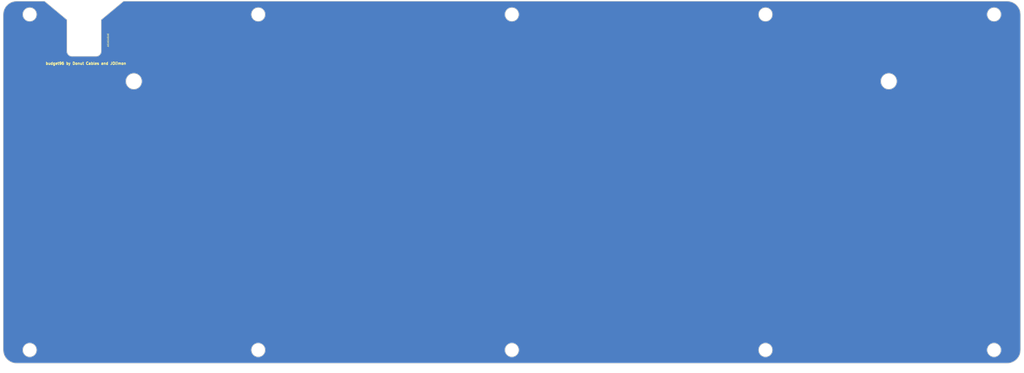
<source format=kicad_pcb>
(kicad_pcb (version 20221018) (generator pcbnew)
  (layers (0 "F.Cu" signal) (31 "B.Cu" signal) (34 "B.Paste" user) (35 "F.Paste" user) (36 "B.SilkS" user "B.Silkscreen") (37 "F.SilkS" user "F.Silkscreen") (38 "B.Mask" user) (39 "F.Mask" user) (44 "Edge.Cuts" user))
  (net 0 "")
  (net 1 "GND")
  (footprint "donutbrary:budget96_bottom_plate" (layer "F.Cu") (at -25.4 165.1)
    (fp_text reference "R1" hide)
    (fp_text value "R")
    (fp_line (start 0.9984 -135.5) (end 1.1003 -136.5055) (stroke (width 0.2)) (layer "Edge.Cuts"))
    (fp_line (start 0.9984 -8.5) (end 0.9984 -135.5) (stroke (width 0.2)) (layer "Edge.Cuts"))
    (fp_line (start 1.1003 -136.5055) (end 1.3924 -137.443) (stroke (width 0.2)) (layer "Edge.Cuts"))
    (fp_line (start 1.1003 -7.4945) (end 0.9984 -8.5) (stroke (width 0.2)) (layer "Edge.Cuts"))
    (fp_line (start 1.3924 -137.443) (end 1.8543 -138.2922) (stroke (width 0.2)) (layer "Edge.Cuts"))
    (fp_line (start 1.3924 -6.557) (end 1.1003 -7.4945) (stroke (width 0.2)) (layer "Edge.Cuts"))
    (fp_line (start 1.8543 -138.2922) (end 2.4657 -139.0327) (stroke (width 0.2)) (layer "Edge.Cuts"))
    (fp_line (start 1.8543 -5.7078) (end 1.3924 -6.557) (stroke (width 0.2)) (layer "Edge.Cuts"))
    (fp_line (start 2.4657 -139.0327) (end 3.2061 -139.6441) (stroke (width 0.2)) (layer "Edge.Cuts"))
    (fp_line (start 2.4657 -4.9673) (end 1.8543 -5.7078) (stroke (width 0.2)) (layer "Edge.Cuts"))
    (fp_line (start 3.2061 -139.6441) (end 4.0553 -140.106) (stroke (width 0.2)) (layer "Edge.Cuts"))
    (fp_line (start 3.2061 -4.3559) (end 2.4657 -4.9673) (stroke (width 0.2)) (layer "Edge.Cuts"))
    (fp_line (start 4.0553 -140.106) (end 4.9928 -140.3981) (stroke (width 0.2)) (layer "Edge.Cuts"))
    (fp_line (start 4.0553 -3.894) (end 3.2061 -4.3559) (stroke (width 0.2)) (layer "Edge.Cuts"))
    (fp_line (start 4.9928 -140.3981) (end 5.9983 -140.5) (stroke (width 0.2)) (layer "Edge.Cuts"))
    (fp_line (start 4.9928 -3.6019) (end 4.0553 -3.894) (stroke (width 0.2)) (layer "Edge.Cuts"))
    (fp_line (start 5.9983 -140.5) (end 16.6458 -140.5) (stroke (width 0.2)) (layer "Edge.Cuts"))
    (fp_line (start 5.9983 -3.5) (end 4.9928 -3.6019) (stroke (width 0.2)) (layer "Edge.Cuts"))
    (fp_line (start 8.3984 -135.4999) (end 8.4512 -136.0239) (stroke (width 0.2)) (layer "Edge.Cuts"))
    (fp_line (start 8.3984 -8.4999) (end 8.4512 -9.0239) (stroke (width 0.2)) (layer "Edge.Cuts"))
    (fp_line (start 8.4512 -136.0239) (end 8.6027 -136.5119) (stroke (width 0.2)) (layer "Edge.Cuts"))
    (fp_line (start 8.4512 -134.9759) (end 8.3984 -135.4999) (stroke (width 0.2)) (layer "Edge.Cuts"))
    (fp_line (start 8.4512 -9.0239) (end 8.6027 -9.5119) (stroke (width 0.2)) (layer "Edge.Cuts"))
    (fp_line (start 8.4512 -7.9759) (end 8.3984 -8.4999) (stroke (width 0.2)) (layer "Edge.Cuts"))
    (fp_line (start 8.6027 -136.5119) (end 8.8424 -136.9536) (stroke (width 0.2)) (layer "Edge.Cuts"))
    (fp_line (start 8.6027 -134.4879) (end 8.4512 -134.9759) (stroke (width 0.2)) (layer "Edge.Cuts"))
    (fp_line (start 8.6027 -9.5119) (end 8.8424 -9.9536) (stroke (width 0.2)) (layer "Edge.Cuts"))
    (fp_line (start 8.6027 -7.4879) (end 8.4512 -7.9759) (stroke (width 0.2)) (layer "Edge.Cuts"))
    (fp_line (start 8.8424 -136.9536) (end 9.1599 -137.3384) (stroke (width 0.2)) (layer "Edge.Cuts"))
    (fp_line (start 8.8424 -134.0462) (end 8.6027 -134.4879) (stroke (width 0.2)) (layer "Edge.Cuts"))
    (fp_line (start 8.8424 -9.9536) (end 9.1599 -10.3384) (stroke (width 0.2)) (layer "Edge.Cuts"))
    (fp_line (start 8.8424 -7.0462) (end 8.6027 -7.4879) (stroke (width 0.2)) (layer "Edge.Cuts"))
    (fp_line (start 9.1599 -137.3384) (end 9.5447 -137.6559) (stroke (width 0.2)) (layer "Edge.Cuts"))
    (fp_line (start 9.1599 -133.6614) (end 8.8424 -134.0462) (stroke (width 0.2)) (layer "Edge.Cuts"))
    (fp_line (start 9.1599 -10.3384) (end 9.5447 -10.6559) (stroke (width 0.2)) (layer "Edge.Cuts"))
    (fp_line (start 9.1599 -6.6614) (end 8.8424 -7.0462) (stroke (width 0.2)) (layer "Edge.Cuts"))
    (fp_line (start 9.5447 -137.6559) (end 9.9864 -137.8956) (stroke (width 0.2)) (layer "Edge.Cuts"))
    (fp_line (start 9.5447 -133.3439) (end 9.1599 -133.6614) (stroke (width 0.2)) (layer "Edge.Cuts"))
    (fp_line (start 9.5447 -10.6559) (end 9.9864 -10.8956) (stroke (width 0.2)) (layer "Edge.Cuts"))
    (fp_line (start 9.5447 -6.3439) (end 9.1599 -6.6614) (stroke (width 0.2)) (layer "Edge.Cuts"))
    (fp_line (start 9.9864 -137.8956) (end 10.4744 -138.0471) (stroke (width 0.2)) (layer "Edge.Cuts"))
    (fp_line (start 9.9864 -133.1042) (end 9.5447 -133.3439) (stroke (width 0.2)) (layer "Edge.Cuts"))
    (fp_line (start 9.9864 -10.8956) (end 10.4744 -11.0471) (stroke (width 0.2)) (layer "Edge.Cuts"))
    (fp_line (start 9.9864 -6.1042) (end 9.5447 -6.3439) (stroke (width 0.2)) (layer "Edge.Cuts"))
    (fp_line (start 10.4744 -138.0471) (end 10.9984 -138.0999) (stroke (width 0.2)) (layer "Edge.Cuts"))
    (fp_line (start 10.4744 -132.9527) (end 9.9864 -133.1042) (stroke (width 0.2)) (layer "Edge.Cuts"))
    (fp_line (start 10.4744 -11.0471) (end 10.9984 -11.0999) (stroke (width 0.2)) (layer "Edge.Cuts"))
    (fp_line (start 10.4744 -5.9527) (end 9.9864 -6.1042) (stroke (width 0.2)) (layer "Edge.Cuts"))
    (fp_line (start 10.9984 -138.0999) (end 10.9984 -138.0999) (stroke (width 0.2)) (layer "Edge.Cuts"))
    (fp_line (start 10.9984 -138.0999) (end 11.5224 -138.0471) (stroke (width 0.2)) (layer "Edge.Cuts"))
    (fp_line (start 10.9984 -132.8999) (end 10.4744 -132.9527) (stroke (width 0.2)) (layer "Edge.Cuts"))
    (fp_line (start 10.9984 -11.0999) (end 10.9984 -11.0999) (stroke (width 0.2)) (layer "Edge.Cuts"))
    (fp_line (start 10.9984 -11.0999) (end 11.5224 -11.0471) (stroke (width 0.2)) (layer "Edge.Cuts"))
    (fp_line (start 10.9984 -5.8999) (end 10.4744 -5.9527) (stroke (width 0.2)) (layer "Edge.Cuts"))
    (fp_line (start 11.5224 -138.0471) (end 12.0104 -137.8956) (stroke (width 0.2)) (layer "Edge.Cuts"))
    (fp_line (start 11.5224 -132.9527) (end 10.9984 -132.8999) (stroke (width 0.2)) (layer "Edge.Cuts"))
    (fp_line (start 11.5224 -11.0471) (end 12.0104 -10.8956) (stroke (width 0.2)) (layer "Edge.Cuts"))
    (fp_line (start 11.5224 -5.9527) (end 10.9984 -5.8999) (stroke (width 0.2)) (layer "Edge.Cuts"))
    (fp_line (start 12.0104 -137.8956) (end 12.4521 -137.6559) (stroke (width 0.2)) (layer "Edge.Cuts"))
    (fp_line (start 12.0104 -133.1042) (end 11.5224 -132.9527) (stroke (width 0.2)) (layer "Edge.Cuts"))
    (fp_line (start 12.0104 -10.8956) (end 12.4521 -10.6559) (stroke (width 0.2)) (layer "Edge.Cuts"))
    (fp_line (start 12.0104 -6.1042) (end 11.5224 -5.9527) (stroke (width 0.2)) (layer "Edge.Cuts"))
    (fp_line (start 12.4521 -137.6559) (end 12.8369 -137.3384) (stroke (width 0.2)) (layer "Edge.Cuts"))
    (fp_line (start 12.4521 -133.3439) (end 12.0104 -133.1042) (stroke (width 0.2)) (layer "Edge.Cuts"))
    (fp_line (start 12.4521 -10.6559) (end 12.8369 -10.3384) (stroke (width 0.2)) (layer "Edge.Cuts"))
    (fp_line (start 12.4521 -6.3439) (end 12.0104 -6.1042) (stroke (width 0.2)) (layer "Edge.Cuts"))
    (fp_line (start 12.8369 -137.3384) (end 13.1544 -136.9536) (stroke (width 0.2)) (layer "Edge.Cuts"))
    (fp_line (start 12.8369 -133.6614) (end 12.4521 -133.3439) (stroke (width 0.2)) (layer "Edge.Cuts"))
    (fp_line (start 12.8369 -10.3384) (end 13.1544 -9.9536) (stroke (width 0.2)) (layer "Edge.Cuts"))
    (fp_line (start 12.8369 -6.6614) (end 12.4521 -6.3439) (stroke (width 0.2)) (layer "Edge.Cuts"))
    (fp_line (start 13.1544 -136.9536) (end 13.3941 -136.5119) (stroke (width 0.2)) (layer "Edge.Cuts"))
    (fp_line (start 13.1544 -134.0462) (end 12.8369 -133.6614) (stroke (width 0.2)) (layer "Edge.Cuts"))
    (fp_line (start 13.1544 -9.9536) (end 13.3941 -9.5119) (stroke (width 0.2)) (layer "Edge.Cuts"))
    (fp_line (start 13.1544 -7.0462) (end 12.8369 -6.6614) (stroke (width 0.2)) (layer "Edge.Cuts"))
    (fp_line (start 13.3941 -136.5119) (end 13.5456 -136.0239) (stroke (width 0.2)) (layer "Edge.Cuts"))
    (fp_line (start 13.3941 -134.4879) (end 13.1544 -134.0462) (stroke (width 0.2)) (layer "Edge.Cuts"))
    (fp_line (start 13.3941 -9.5119) (end 13.5456 -9.0239) (stroke (width 0.2)) (layer "Edge.Cuts"))
    (fp_line (start 13.3941 -7.4879) (end 13.1544 -7.0462) (stroke (width 0.2)) (layer "Edge.Cuts"))
    (fp_line (start 13.5456 -136.0239) (end 13.5984 -135.4999) (stroke (width 0.2)) (layer "Edge.Cuts"))
    (fp_line (start 13.5456 -134.9759) (end 13.3941 -134.4879) (stroke (width 0.2)) (layer "Edge.Cuts"))
    (fp_line (start 13.5456 -9.0239) (end 13.5984 -8.4999) (stroke (width 0.2)) (layer "Edge.Cuts"))
    (fp_line (start 13.5456 -7.9759) (end 13.3941 -7.4879) (stroke (width 0.2)) (layer "Edge.Cuts"))
    (fp_line (start 13.5984 -135.4999) (end 13.5456 -134.9759) (stroke (width 0.2)) (layer "Edge.Cuts"))
    (fp_line (start 13.5984 -8.4999) (end 13.5456 -7.9759) (stroke (width 0.2)) (layer "Edge.Cuts"))
    (fp_line (start 16.6458 -140.5) (end 16.6458 -140.5) (stroke (width 0.2)) (layer "Edge.Cuts"))
    (fp_line (start 16.6458 -140.5) (end 25.0729 -133.4914) (stroke (width 0.2)) (layer "Edge.Cuts"))
    (fp_line (start 25.0729 -133.4914) (end 25.0729 -121.6255) (stroke (width 0.2)) (layer "Edge.Cuts"))
    (fp_line (start 25.0729 -121.6255) (end 25.1137 -121.2233) (stroke (width 0.2)) (layer "Edge.Cuts"))
    (fp_line (start 25.1137 -121.2233) (end 25.2305 -120.8483) (stroke (width 0.2)) (layer "Edge.Cuts"))
    (fp_line (start 25.2305 -120.8483) (end 25.4153 -120.5086) (stroke (width 0.2)) (layer "Edge.Cuts"))
    (fp_line (start 25.4153 -120.5086) (end 25.6598 -120.2124) (stroke (width 0.2)) (layer "Edge.Cuts"))
    (fp_line (start 25.6598 -120.2124) (end 25.956 -119.9679) (stroke (width 0.2)) (layer "Edge.Cuts"))
    (fp_line (start 25.956 -119.9679) (end 26.2957 -119.7831) (stroke (width 0.2)) (layer "Edge.Cuts"))
    (fp_line (start 26.2957 -119.7831) (end 26.6707 -119.6663) (stroke (width 0.2)) (layer "Edge.Cuts"))
    (fp_line (start 26.6707 -119.6663) (end 27.0729 -119.6255) (stroke (width 0.2)) (layer "Edge.Cuts"))
    (fp_line (start 27.0729 -119.6255) (end 36.0729 -119.6255) (stroke (width 0.2)) (layer "Edge.Cuts"))
    (fp_line (start 36.0729 -119.6255) (end 36.4751 -119.6663) (stroke (width 0.2)) (layer "Edge.Cuts"))
    (fp_line (start 36.4751 -119.6663) (end 36.8501 -119.7831) (stroke (width 0.2)) (layer "Edge.Cuts"))
    (fp_line (start 36.8501 -119.7831) (end 37.1898 -119.9679) (stroke (width 0.2)) (layer "Edge.Cuts"))
    (fp_line (start 37.1898 -119.9679) (end 37.486 -120.2124) (stroke (width 0.2)) (layer "Edge.Cuts"))
    (fp_line (start 37.486 -120.2124) (end 37.7305 -120.5086) (stroke (width 0.2)) (layer "Edge.Cuts"))
    (fp_line (start 37.7305 -120.5086) (end 37.9153 -120.8483) (stroke (width 0.2)) (layer "Edge.Cuts"))
    (fp_line (start 37.9153 -120.8483) (end 38.0321 -121.2233) (stroke (width 0.2)) (layer "Edge.Cuts"))
    (fp_line (start 38.0321 -121.2233) (end 38.0729 -121.6255) (stroke (width 0.2)) (layer "Edge.Cuts"))
    (fp_line (start 38.0729 -133.4914) (end 46.5 -140.5) (stroke (width 0.2)) (layer "Edge.Cuts"))
    (fp_line (start 38.0729 -121.6255) (end 38.0729 -133.4914) (stroke (width 0.2)) (layer "Edge.Cuts"))
    (fp_line (start 46.5 -140.5) (end 380.9985 -140.5) (stroke (width 0.2)) (layer "Edge.Cuts"))
    (fp_line (start 47.4113 -110.2063) (end 47.468944 -109.621029) (stroke (width 0.2)) (layer "Edge.Cuts"))
    (fp_line (start 47.468944 -110.791571) (end 47.4113 -110.2063) (stroke (width 0.2)) (layer "Edge.Cuts"))
    (fp_line (start 47.468944 -109.621029) (end 47.639661 -109.05825) (stroke (width 0.2)) (layer "Edge.Cuts"))
    (fp_line (start 47.639661 -111.35435) (end 47.468944 -110.791571) (stroke (width 0.2)) (layer "Edge.Cuts"))
    (fp_line (start 47.639661 -109.05825) (end 47.916891 -108.539589) (stroke (width 0.2)) (layer "Edge.Cuts"))
    (fp_line (start 47.916891 -111.873011) (end 47.639661 -111.35435) (stroke (width 0.2)) (layer "Edge.Cuts"))
    (fp_line (start 47.916891 -108.539589) (end 48.28998 -108.08498) (stroke (width 0.2)) (layer "Edge.Cuts"))
    (fp_line (start 48.28998 -112.32762) (end 47.916891 -111.873011) (stroke (width 0.2)) (layer "Edge.Cuts"))
    (fp_line (start 48.28998 -108.08498) (end 48.744589 -107.711891) (stroke (width 0.2)) (layer "Edge.Cuts"))
    (fp_line (start 48.744589 -112.700709) (end 48.28998 -112.32762) (stroke (width 0.2)) (layer "Edge.Cuts"))
    (fp_line (start 48.744589 -107.711891) (end 49.26325 -107.434661) (stroke (width 0.2)) (layer "Edge.Cuts"))
    (fp_line (start 49.26325 -112.977939) (end 48.744589 -112.700709) (stroke (width 0.2)) (layer "Edge.Cuts"))
    (fp_line (start 49.26325 -107.434661) (end 49.826029 -107.263944) (stroke (width 0.2)) (layer "Edge.Cuts"))
    (fp_line (start 49.826029 -113.148656) (end 49.26325 -112.977939) (stroke (width 0.2)) (layer "Edge.Cuts"))
    (fp_line (start 49.826029 -107.263944) (end 50.4113 -107.2063) (stroke (width 0.2)) (layer "Edge.Cuts"))
    (fp_line (start 50.4113 -113.2063) (end 49.826029 -113.148656) (stroke (width 0.2)) (layer "Edge.Cuts"))
    (fp_line (start 50.4113 -107.2063) (end 50.996571 -107.263944) (stroke (width 0.2)) (layer "Edge.Cuts"))
    (fp_line (start 50.996571 -113.148656) (end 50.4113 -113.2063) (stroke (width 0.2)) (layer "Edge.Cuts"))
    (fp_line (start 50.996571 -107.263944) (end 51.55935 -107.434661) (stroke (width 0.2)) (layer "Edge.Cuts"))
    (fp_line (start 51.55935 -112.977939) (end 50.996571 -113.148656) (stroke (width 0.2)) (layer "Edge.Cuts"))
    (fp_line (start 51.55935 -107.434661) (end 52.078011 -107.711891) (stroke (width 0.2)) (layer "Edge.Cuts"))
    (fp_line (start 52.078011 -112.700709) (end 51.55935 -112.977939) (stroke (width 0.2)) (layer "Edge.Cuts"))
    (fp_line (start 52.078011 -107.711891) (end 52.53262 -108.08498) (stroke (width 0.2)) (layer "Edge.Cuts"))
    (fp_line (start 52.53262 -112.32762) (end 52.078011 -112.700709) (stroke (width 0.2)) (layer "Edge.Cuts"))
    (fp_line (start 52.53262 -108.08498) (end 52.905709 -108.539589) (stroke (width 0.2)) (layer "Edge.Cuts"))
    (fp_line (start 52.905709 -111.873011) (end 52.53262 -112.32762) (stroke (width 0.2)) (layer "Edge.Cuts"))
    (fp_line (start 52.905709 -108.539589) (end 53.182939 -109.05825) (stroke (width 0.2)) (layer "Edge.Cuts"))
    (fp_line (start 53.182939 -111.35435) (end 52.905709 -111.873011) (stroke (width 0.2)) (layer "Edge.Cuts"))
    (fp_line (start 53.182939 -109.05825) (end 53.353656 -109.621029) (stroke (width 0.2)) (layer "Edge.Cuts"))
    (fp_line (start 53.353656 -110.791571) (end 53.182939 -111.35435) (stroke (width 0.2)) (layer "Edge.Cuts"))
    (fp_line (start 53.353656 -109.621029) (end 53.4113 -110.2063) (stroke (width 0.2)) (layer "Edge.Cuts"))
    (fp_line (start 53.4113 -110.2063) (end 53.353656 -110.791571) (stroke (width 0.2)) (layer "Edge.Cuts"))
    (fp_line (start 94.8985 -135.4999) (end 94.9513 -136.0239) (stroke (width 0.2)) (layer "Edge.Cuts"))
    (fp_line (start 94.8985 -8.4999) (end 94.9513 -9.0239) (stroke (width 0.2)) (layer "Edge.Cuts"))
    (fp_line (start 94.9513 -136.0239) (end 95.1028 -136.5119) (stroke (width 0.2)) (layer "Edge.Cuts"))
    (fp_line (start 94.9513 -134.9759) (end 94.8985 -135.4999) (stroke (width 0.2)) (layer "Edge.Cuts"))
    (fp_line (start 94.9513 -9.0239) (end 95.1028 -9.5119) (stroke (width 0.2)) (layer "Edge.Cuts"))
    (fp_line (start 94.9513 -7.9759) (end 94.8985 -8.4999) (stroke (width 0.2)) (layer "Edge.Cuts"))
    (fp_line (start 95.1028 -136.5119) (end 95.3425 -136.9536) (stroke (width 0.2)) (layer "Edge.Cuts"))
    (fp_line (start 95.1028 -134.4879) (end 94.9513 -134.9759) (stroke (width 0.2)) (layer "Edge.Cuts"))
    (fp_line (start 95.1028 -9.5119) (end 95.3425 -9.9536) (stroke (width 0.2)) (layer "Edge.Cuts"))
    (fp_line (start 95.1028 -7.4879) (end 94.9513 -7.9759) (stroke (width 0.2)) (layer "Edge.Cuts"))
    (fp_line (start 95.3425 -136.9536) (end 95.66 -137.3384) (stroke (width 0.2)) (layer "Edge.Cuts"))
    (fp_line (start 95.3425 -134.0462) (end 95.1028 -134.4879) (stroke (width 0.2)) (layer "Edge.Cuts"))
    (fp_line (start 95.3425 -9.9536) (end 95.66 -10.3384) (stroke (width 0.2)) (layer "Edge.Cuts"))
    (fp_line (start 95.3425 -7.0462) (end 95.1028 -7.4879) (stroke (width 0.2)) (layer "Edge.Cuts"))
    (fp_line (start 95.66 -137.3384) (end 96.0448 -137.6559) (stroke (width 0.2)) (layer "Edge.Cuts"))
    (fp_line (start 95.66 -133.6614) (end 95.3425 -134.0462) (stroke (width 0.2)) (layer "Edge.Cuts"))
    (fp_line (start 95.66 -10.3384) (end 96.0448 -10.6559) (stroke (width 0.2)) (layer "Edge.Cuts"))
    (fp_line (start 95.66 -6.6614) (end 95.3425 -7.0462) (stroke (width 0.2)) (layer "Edge.Cuts"))
    (fp_line (start 96.0448 -137.6559) (end 96.4865 -137.8956) (stroke (width 0.2)) (layer "Edge.Cuts"))
    (fp_line (start 96.0448 -133.3439) (end 95.66 -133.6614) (stroke (width 0.2)) (layer "Edge.Cuts"))
    (fp_line (start 96.0448 -10.6559) (end 96.4865 -10.8956) (stroke (width 0.2)) (layer "Edge.Cuts"))
    (fp_line (start 96.0448 -6.3439) (end 95.66 -6.6614) (stroke (width 0.2)) (layer "Edge.Cuts"))
    (fp_line (start 96.4865 -137.8956) (end 96.9745 -138.0471) (stroke (width 0.2)) (layer "Edge.Cuts"))
    (fp_line (start 96.4865 -133.1042) (end 96.0448 -133.3439) (stroke (width 0.2)) (layer "Edge.Cuts"))
    (fp_line (start 96.4865 -10.8956) (end 96.9745 -11.0471) (stroke (width 0.2)) (layer "Edge.Cuts"))
    (fp_line (start 96.4865 -6.1042) (end 96.0448 -6.3439) (stroke (width 0.2)) (layer "Edge.Cuts"))
    (fp_line (start 96.9745 -138.0471) (end 97.4985 -138.0999) (stroke (width 0.2)) (layer "Edge.Cuts"))
    (fp_line (start 96.9745 -132.9527) (end 96.4865 -133.1042) (stroke (width 0.2)) (layer "Edge.Cuts"))
    (fp_line (start 96.9745 -11.0471) (end 97.4985 -11.0999) (stroke (width 0.2)) (layer "Edge.Cuts"))
    (fp_line (start 96.9745 -5.9527) (end 96.4865 -6.1042) (stroke (width 0.2)) (layer "Edge.Cuts"))
    (fp_line (start 97.4985 -138.0999) (end 97.4985 -138.0999) (stroke (width 0.2)) (layer "Edge.Cuts"))
    (fp_line (start 97.4985 -138.0999) (end 98.0225 -138.0471) (stroke (width 0.2)) (layer "Edge.Cuts"))
    (fp_line (start 97.4985 -132.8999) (end 96.9745 -132.9527) (stroke (width 0.2)) (layer "Edge.Cuts"))
    (fp_line (start 97.4985 -11.0999) (end 97.4985 -11.0999) (stroke (width 0.2)) (layer "Edge.Cuts"))
    (fp_line (start 97.4985 -11.0999) (end 98.0225 -11.0471) (stroke (width 0.2)) (layer "Edge.Cuts"))
    (fp_line (start 97.4985 -5.8999) (end 96.9745 -5.9527) (stroke (width 0.2)) (layer "Edge.Cuts"))
    (fp_line (start 98.0225 -138.0471) (end 98.5105 -137.8956) (stroke (width 0.2)) (layer "Edge.Cuts"))
    (fp_line (start 98.0225 -132.9527) (end 97.4985 -132.8999) (stroke (width 0.2)) (layer "Edge.Cuts"))
    (fp_line (start 98.0225 -11.0471) (end 98.5105 -10.8956) (stroke (width 0.2)) (layer "Edge.Cuts"))
    (fp_line (start 98.0225 -5.9527) (end 97.4985 -5.8999) (stroke (width 0.2)) (layer "Edge.Cuts"))
    (fp_line (start 98.5105 -137.8956) (end 98.9522 -137.6559) (stroke (width 0.2)) (layer "Edge.Cuts"))
    (fp_line (start 98.5105 -133.1042) (end 98.0225 -132.9527) (stroke (width 0.2)) (layer "Edge.Cuts"))
    (fp_line (start 98.5105 -10.8956) (end 98.9522 -10.6559) (stroke (width 0.2)) (layer "Edge.Cuts"))
    (fp_line (start 98.5105 -6.1042) (end 98.0225 -5.9527) (stroke (width 0.2)) (layer "Edge.Cuts"))
    (fp_line (start 98.9522 -137.6559) (end 99.337 -137.3384) (stroke (width 0.2)) (layer "Edge.Cuts"))
    (fp_line (start 98.9522 -133.3439) (end 98.5105 -133.1042) (stroke (width 0.2)) (layer "Edge.Cuts"))
    (fp_line (start 98.9522 -10.6559) (end 99.337 -10.3384) (stroke (width 0.2)) (layer "Edge.Cuts"))
    (fp_line (start 98.9522 -6.3439) (end 98.5105 -6.1042) (stroke (width 0.2)) (layer "Edge.Cuts"))
    (fp_line (start 99.337 -137.3384) (end 99.6545 -136.9536) (stroke (width 0.2)) (layer "Edge.Cuts"))
    (fp_line (start 99.337 -133.6614) (end 98.9522 -133.3439) (stroke (width 0.2)) (layer "Edge.Cuts"))
    (fp_line (start 99.337 -10.3384) (end 99.6545 -9.9536) (stroke (width 0.2)) (layer "Edge.Cuts"))
    (fp_line (start 99.337 -6.6614) (end 98.9522 -6.3439) (stroke (width 0.2)) (layer "Edge.Cuts"))
    (fp_line (start 99.6545 -136.9536) (end 99.8942 -136.5119) (stroke (width 0.2)) (layer "Edge.Cuts"))
    (fp_line (start 99.6545 -134.0462) (end 99.337 -133.6614) (stroke (width 0.2)) (layer "Edge.Cuts"))
    (fp_line (start 99.6545 -9.9536) (end 99.8942 -9.5119) (stroke (width 0.2)) (layer "Edge.Cuts"))
    (fp_line (start 99.6545 -7.0462) (end 99.337 -6.6614) (stroke (width 0.2)) (layer "Edge.Cuts"))
    (fp_line (start 99.8942 -136.5119) (end 100.0457 -136.0239) (stroke (width 0.2)) (layer "Edge.Cuts"))
    (fp_line (start 99.8942 -134.4879) (end 99.6545 -134.0462) (stroke (width 0.2)) (layer "Edge.Cuts"))
    (fp_line (start 99.8942 -9.5119) (end 100.0457 -9.0239) (stroke (width 0.2)) (layer "Edge.Cuts"))
    (fp_line (start 99.8942 -7.4879) (end 99.6545 -7.0462) (stroke (width 0.2)) (layer "Edge.Cuts"))
    (fp_line (start 100.0457 -136.0239) (end 100.0985 -135.4999) (stroke (width 0.2)) (layer "Edge.Cuts"))
    (fp_line (start 100.0457 -134.9759) (end 99.8942 -134.4879) (stroke (width 0.2)) (layer "Edge.Cuts"))
    (fp_line (start 100.0457 -9.0239) (end 100.0985 -8.4999) (stroke (width 0.2)) (layer "Edge.Cuts"))
    (fp_line (start 100.0457 -7.9759) (end 99.8942 -7.4879) (stroke (width 0.2)) (layer "Edge.Cuts"))
    (fp_line (start 100.0985 -135.4999) (end 100.0457 -134.9759) (stroke (width 0.2)) (layer "Edge.Cuts"))
    (fp_line (start 100.0985 -8.4999) (end 100.0457 -7.9759) (stroke (width 0.2)) (layer "Edge.Cuts"))
    (fp_line (start 190.8984 -135.4999) (end 190.9512 -136.0239) (stroke (width 0.2)) (layer "Edge.Cuts"))
    (fp_line (start 190.8984 -8.4999) (end 190.9512 -9.0239) (stroke (width 0.2)) (layer "Edge.Cuts"))
    (fp_line (start 190.9512 -136.0239) (end 191.1027 -136.5119) (stroke (width 0.2)) (layer "Edge.Cuts"))
    (fp_line (start 190.9512 -134.9759) (end 190.8984 -135.4999) (stroke (width 0.2)) (layer "Edge.Cuts"))
    (fp_line (start 190.9512 -9.0239) (end 191.1027 -9.5119) (stroke (width 0.2)) (layer "Edge.Cuts"))
    (fp_line (start 190.9512 -7.9759) (end 190.8984 -8.4999) (stroke (width 0.2)) (layer "Edge.Cuts"))
    (fp_line (start 191.1027 -136.5119) (end 191.3424 -136.9536) (stroke (width 0.2)) (layer "Edge.Cuts"))
    (fp_line (start 191.1027 -134.4879) (end 190.9512 -134.9759) (stroke (width 0.2)) (layer "Edge.Cuts"))
    (fp_line (start 191.1027 -9.5119) (end 191.3424 -9.9536) (stroke (width 0.2)) (layer "Edge.Cuts"))
    (fp_line (start 191.1027 -7.4879) (end 190.9512 -7.9759) (stroke (width 0.2)) (layer "Edge.Cuts"))
    (fp_line (start 191.3424 -136.9536) (end 191.6599 -137.3384) (stroke (width 0.2)) (layer "Edge.Cuts"))
    (fp_line (start 191.3424 -134.0462) (end 191.1027 -134.4879) (stroke (width 0.2)) (layer "Edge.Cuts"))
    (fp_line (start 191.3424 -9.9536) (end 191.6599 -10.3384) (stroke (width 0.2)) (layer "Edge.Cuts"))
    (fp_line (start 191.3424 -7.0462) (end 191.1027 -7.4879) (stroke (width 0.2)) (layer "Edge.Cuts"))
    (fp_line (start 191.6599 -137.3384) (end 192.0447 -137.6559) (stroke (width 0.2)) (layer "Edge.Cuts"))
    (fp_line (start 191.6599 -133.6614) (end 191.3424 -134.0462) (stroke (width 0.2)) (layer "Edge.Cuts"))
    (fp_line (start 191.6599 -10.3384) (end 192.0447 -10.6559) (stroke (width 0.2)) (layer "Edge.Cuts"))
    (fp_line (start 191.6599 -6.6614) (end 191.3424 -7.0462) (stroke (width 0.2)) (layer "Edge.Cuts"))
    (fp_line (start 192.0447 -137.6559) (end 192.4864 -137.8956) (stroke (width 0.2)) (layer "Edge.Cuts"))
    (fp_line (start 192.0447 -133.3439) (end 191.6599 -133.6614) (stroke (width 0.2)) (layer "Edge.Cuts"))
    (fp_line (start 192.0447 -10.6559) (end 192.4864 -10.8956) (stroke (width 0.2)) (layer "Edge.Cuts"))
    (fp_line (start 192.0447 -6.3439) (end 191.6599 -6.6614) (stroke (width 0.2)) (layer "Edge.Cuts"))
    (fp_line (start 192.4864 -137.8956) (end 192.9744 -138.0471) (stroke (width 0.2)) (layer "Edge.Cuts"))
    (fp_line (start 192.4864 -133.1042) (end 192.0447 -133.3439) (stroke (width 0.2)) (layer "Edge.Cuts"))
    (fp_line (start 192.4864 -10.8956) (end 192.9744 -11.0471) (stroke (width 0.2)) (layer "Edge.Cuts"))
    (fp_line (start 192.4864 -6.1042) (end 192.0447 -6.3439) (stroke (width 0.2)) (layer "Edge.Cuts"))
    (fp_line (start 192.9744 -138.0471) (end 193.4984 -138.0999) (stroke (width 0.2)) (layer "Edge.Cuts"))
    (fp_line (start 192.9744 -132.9527) (end 192.4864 -133.1042) (stroke (width 0.2)) (layer "Edge.Cuts"))
    (fp_line (start 192.9744 -11.0471) (end 193.4984 -11.0999) (stroke (width 0.2)) (layer "Edge.Cuts"))
    (fp_line (start 192.9744 -5.9527) (end 192.4864 -6.1042) (stroke (width 0.2)) (layer "Edge.Cuts"))
    (fp_line (start 193.4984 -138.0999) (end 193.4984 -138.0999) (stroke (width 0.2)) (layer "Edge.Cuts"))
    (fp_line (start 193.4984 -138.0999) (end 194.0224 -138.0471) (stroke (width 0.2)) (layer "Edge.Cuts"))
    (fp_line (start 193.4984 -132.8999) (end 192.9744 -132.9527) (stroke (width 0.2)) (layer "Edge.Cuts"))
    (fp_line (start 193.4984 -11.0999) (end 193.4984 -11.0999) (stroke (width 0.2)) (layer "Edge.Cuts"))
    (fp_line (start 193.4984 -11.0999) (end 194.0224 -11.0471) (stroke (width 0.2)) (layer "Edge.Cuts"))
    (fp_line (start 193.4984 -5.8999) (end 192.9744 -5.9527) (stroke (width 0.2)) (layer "Edge.Cuts"))
    (fp_line (start 194.0224 -138.0471) (end 194.5104 -137.8956) (stroke (width 0.2)) (layer "Edge.Cuts"))
    (fp_line (start 194.0224 -132.9527) (end 193.4984 -132.8999) (stroke (width 0.2)) (layer "Edge.Cuts"))
    (fp_line (start 194.0224 -11.0471) (end 194.5104 -10.8956) (stroke (width 0.2)) (layer "Edge.Cuts"))
    (fp_line (start 194.0224 -5.9527) (end 193.4984 -5.8999) (stroke (width 0.2)) (layer "Edge.Cuts"))
    (fp_line (start 194.5104 -137.8956) (end 194.9521 -137.6559) (stroke (width 0.2)) (layer "Edge.Cuts"))
    (fp_line (start 194.5104 -133.1042) (end 194.0224 -132.9527) (stroke (width 0.2)) (layer "Edge.Cuts"))
    (fp_line (start 194.5104 -10.8956) (end 194.9521 -10.6559) (stroke (width 0.2)) (layer "Edge.Cuts"))
    (fp_line (start 194.5104 -6.1042) (end 194.0224 -5.9527) (stroke (width 0.2)) (layer "Edge.Cuts"))
    (fp_line (start 194.9521 -137.6559) (end 195.3369 -137.3384) (stroke (width 0.2)) (layer "Edge.Cuts"))
    (fp_line (start 194.9521 -133.3439) (end 194.5104 -133.1042) (stroke (width 0.2)) (layer "Edge.Cuts"))
    (fp_line (start 194.9521 -10.6559) (end 195.3369 -10.3384) (stroke (width 0.2)) (layer "Edge.Cuts"))
    (fp_line (start 194.9521 -6.3439) (end 194.5104 -6.1042) (stroke (width 0.2)) (layer "Edge.Cuts"))
    (fp_line (start 195.3369 -137.3384) (end 195.6544 -136.9536) (stroke (width 0.2)) (layer "Edge.Cuts"))
    (fp_line (start 195.3369 -133.6614) (end 194.9521 -133.3439) (stroke (width 0.2)) (layer "Edge.Cuts"))
    (fp_line (start 195.3369 -10.3384) (end 195.6544 -9.9536) (stroke (width 0.2)) (layer "Edge.Cuts"))
    (fp_line (start 195.3369 -6.6614) (end 194.9521 -6.3439) (stroke (width 0.2)) (layer "Edge.Cuts"))
    (fp_line (start 195.6544 -136.9536) (end 195.8941 -136.5119) (stroke (width 0.2)) (layer "Edge.Cuts"))
    (fp_line (start 195.6544 -134.0462) (end 195.3369 -133.6614) (stroke (width 0.2)) (layer "Edge.Cuts"))
    (fp_line (start 195.6544 -9.9536) (end 195.8941 -9.5119) (stroke (width 0.2)) (layer "Edge.Cuts"))
    (fp_line (start 195.6544 -7.0462) (end 195.3369 -6.6614) (stroke (width 0.2)) (layer "Edge.Cuts"))
    (fp_line (start 195.8941 -136.5119) (end 196.0456 -136.0239) (stroke (width 0.2)) (layer "Edge.Cuts"))
    (fp_line (start 195.8941 -134.4879) (end 195.6544 -134.0462) (stroke (width 0.2)) (layer "Edge.Cuts"))
    (fp_line (start 195.8941 -9.5119) (end 196.0456 -9.0239) (stroke (width 0.2)) (layer "Edge.Cuts"))
    (fp_line (start 195.8941 -7.4879) (end 195.6544 -7.0462) (stroke (width 0.2)) (layer "Edge.Cuts"))
    (fp_line (start 196.0456 -136.0239) (end 196.0984 -135.4999) (stroke (width 0.2)) (layer "Edge.Cuts"))
    (fp_line (start 196.0456 -134.9759) (end 195.8941 -134.4879) (stroke (width 0.2)) (layer "Edge.Cuts"))
    (fp_line (start 196.0456 -9.0239) (end 196.0984 -8.4999) (stroke (width 0.2)) (layer "Edge.Cuts"))
    (fp_line (start 196.0456 -7.9759) (end 195.8941 -7.4879) (stroke (width 0.2)) (layer "Edge.Cuts"))
    (fp_line (start 196.0984 -135.4999) (end 196.0456 -134.9759) (stroke (width 0.2)) (layer "Edge.Cuts"))
    (fp_line (start 196.0984 -8.4999) (end 196.0456 -7.9759) (stroke (width 0.2)) (layer "Edge.Cuts"))
    (fp_line (start 286.8984 -135.4999) (end 286.9512 -136.0239) (stroke (width 0.2)) (layer "Edge.Cuts"))
    (fp_line (start 286.8984 -8.4999) (end 286.9512 -9.0239) (stroke (width 0.2)) (layer "Edge.Cuts"))
    (fp_line (start 286.9512 -136.0239) (end 287.1027 -136.5119) (stroke (width 0.2)) (layer "Edge.Cuts"))
    (fp_line (start 286.9512 -134.9759) (end 286.8984 -135.4999) (stroke (width 0.2)) (layer "Edge.Cuts"))
    (fp_line (start 286.9512 -9.0239) (end 287.1027 -9.5119) (stroke (width 0.2)) (layer "Edge.Cuts"))
    (fp_line (start 286.9512 -7.9759) (end 286.8984 -8.4999) (stroke (width 0.2)) (layer "Edge.Cuts"))
    (fp_line (start 287.1027 -136.5119) (end 287.3424 -136.9536) (stroke (width 0.2)) (layer "Edge.Cuts"))
    (fp_line (start 287.1027 -134.4879) (end 286.9512 -134.9759) (stroke (width 0.2)) (layer "Edge.Cuts"))
    (fp_line (start 287.1027 -9.5119) (end 287.3424 -9.9536) (stroke (width 0.2)) (layer "Edge.Cuts"))
    (fp_line (start 287.1027 -7.4879) (end 286.9512 -7.9759) (stroke (width 0.2)) (layer "Edge.Cuts"))
    (fp_line (start 287.3424 -136.9536) (end 287.6599 -137.3384) (stroke (width 0.2)) (layer "Edge.Cuts"))
    (fp_line (start 287.3424 -134.0462) (end 287.1027 -134.4879) (stroke (width 0.2)) (layer "Edge.Cuts"))
    (fp_line (start 287.3424 -9.9536) (end 287.6599 -10.3384) (stroke (width 0.2)) (layer "Edge.Cuts"))
    (fp_line (start 287.3424 -7.0462) (end 287.1027 -7.4879) (stroke (width 0.2)) (layer "Edge.Cuts"))
    (fp_line (start 287.6599 -137.3384) (end 288.0447 -137.6559) (stroke (width 0.2)) (layer "Edge.Cuts"))
    (fp_line (start 287.6599 -133.6614) (end 287.3424 -134.0462) (stroke (width 0.2)) (layer "Edge.Cuts"))
    (fp_line (start 287.6599 -10.3384) (end 288.0447 -10.6559) (stroke (width 0.2)) (layer "Edge.Cuts"))
    (fp_line (start 287.6599 -6.6614) (end 287.3424 -7.0462) (stroke (width 0.2)) (layer "Edge.Cuts"))
    (fp_line (start 288.0447 -137.6559) (end 288.4864 -137.8956) (stroke (width 0.2)) (layer "Edge.Cuts"))
    (fp_line (start 288.0447 -133.3439) (end 287.6599 -133.6614) (stroke (width 0.2)) (layer "Edge.Cuts"))
    (fp_line (start 288.0447 -10.6559) (end 288.4864 -10.8956) (stroke (width 0.2)) (layer "Edge.Cuts"))
    (fp_line (start 288.0447 -6.3439) (end 287.6599 -6.6614) (stroke (width 0.2)) (layer "Edge.Cuts"))
    (fp_line (start 288.4864 -137.8956) (end 288.9744 -138.0471) (stroke (width 0.2)) (layer "Edge.Cuts"))
    (fp_line (start 288.4864 -133.1042) (end 288.0447 -133.3439) (stroke (width 0.2)) (layer "Edge.Cuts"))
    (fp_line (start 288.4864 -10.8956) (end 288.9744 -11.0471) (stroke (width 0.2)) (layer "Edge.Cuts"))
    (fp_line (start 288.4864 -6.1042) (end 288.0447 -6.3439) (stroke (width 0.2)) (layer "Edge.Cuts"))
    (fp_line (start 288.9744 -138.0471) (end 289.4984 -138.0999) (stroke (width 0.2)) (layer "Edge.Cuts"))
    (fp_line (start 288.9744 -132.9527) (end 288.4864 -133.1042) (stroke (width 0.2)) (layer "Edge.Cuts"))
    (fp_line (start 288.9744 -11.0471) (end 289.4984 -11.0999) (stroke (width 0.2)) (layer "Edge.Cuts"))
    (fp_line (start 288.9744 -5.9527) (end 288.4864 -6.1042) (stroke (width 0.2)) (layer "Edge.Cuts"))
    (fp_line (start 289.4984 -138.0999) (end 289.4984 -138.0999) (stroke (width 0.2)) (layer "Edge.Cuts"))
    (fp_line (start 289.4984 -138.0999) (end 290.0224 -138.0471) (stroke (width 0.2)) (layer "Edge.Cuts"))
    (fp_line (start 289.4984 -132.8999) (end 288.9744 -132.9527) (stroke (width 0.2)) (layer "Edge.Cuts"))
    (fp_line (start 289.4984 -11.0999) (end 289.4984 -11.0999) (stroke (width 0.2)) (layer "Edge.Cuts"))
    (fp_line (start 289.4984 -11.0999) (end 290.0224 -11.0471) (stroke (width 0.2)) (layer "Edge.Cuts"))
    (fp_line (start 289.4984 -5.8999) (end 288.9744 -5.9527) (stroke (width 0.2)) (layer "Edge.Cuts"))
    (fp_line (start 290.0224 -138.0471) (end 290.5104 -137.8956) (stroke (width 0.2)) (layer "Edge.Cuts"))
    (fp_line (start 290.0224 -132.9527) (end 289.4984 -132.8999) (stroke (width 0.2)) (layer "Edge.Cuts"))
    (fp_line (start 290.0224 -11.0471) (end 290.5104 -10.8956) (stroke (width 0.2)) (layer "Edge.Cuts"))
    (fp_line (start 290.0224 -5.9527) (end 289.4984 -5.8999) (stroke (width 0.2)) (layer "Edge.Cuts"))
    (fp_line (start 290.5104 -137.8956) (end 290.9521 -137.6559) (stroke (width 0.2)) (layer "Edge.Cuts"))
    (fp_line (start 290.5104 -133.1042) (end 290.0224 -132.9527) (stroke (width 0.2)) (layer "Edge.Cuts"))
    (fp_line (start 290.5104 -10.8956) (end 290.9521 -10.6559) (stroke (width 0.2)) (layer "Edge.Cuts"))
    (fp_line (start 290.5104 -6.1042) (end 290.0224 -5.9527) (stroke (width 0.2)) (layer "Edge.Cuts"))
    (fp_line (start 290.9521 -137.6559) (end 291.3369 -137.3384) (stroke (width 0.2)) (layer "Edge.Cuts"))
    (fp_line (start 290.9521 -133.3439) (end 290.5104 -133.1042) (stroke (width 0.2)) (layer "Edge.Cuts"))
    (fp_line (start 290.9521 -10.6559) (end 291.3369 -10.3384) (stroke (width 0.2)) (layer "Edge.Cuts"))
    (fp_line (start 290.9521 -6.3439) (end 290.5104 -6.1042) (stroke (width 0.2)) (layer "Edge.Cuts"))
    (fp_line (start 291.3369 -137.3384) (end 291.6544 -136.9536) (stroke (width 0.2)) (layer "Edge.Cuts"))
    (fp_line (start 291.3369 -133.6614) (end 290.9521 -133.3439) (stroke (width 0.2)) (layer "Edge.Cuts"))
    (fp_line (start 291.3369 -10.3384) (end 291.6544 -9.9536) (stroke (width 0.2)) (layer "Edge.Cuts"))
    (fp_line (start 291.3369 -6.6614) (end 290.9521 -6.3439) (stroke (width 0.2)) (layer "Edge.Cuts"))
    (fp_line (start 291.6544 -136.9536) (end 291.8941 -136.5119) (stroke (width 0.2)) (layer "Edge.Cuts"))
    (fp_line (start 291.6544 -134.0462) (end 291.3369 -133.6614) (stroke (width 0.2)) (layer "Edge.Cuts"))
    (fp_line (start 291.6544 -9.9536) (end 291.8941 -9.5119) (stroke (width 0.2)) (layer "Edge.Cuts"))
    (fp_line (start 291.6544 -7.0462) (end 291.3369 -6.6614) (stroke (width 0.2)) (layer "Edge.Cuts"))
    (fp_line (start 291.8941 -136.5119) (end 292.0456 -136.0239) (stroke (width 0.2)) (layer "Edge.Cuts"))
    (fp_line (start 291.8941 -134.4879) (end 291.6544 -134.0462) (stroke (width 0.2)) (layer "Edge.Cuts"))
    (fp_line (start 291.8941 -9.5119) (end 292.0456 -9.0239) (stroke (width 0.2)) (layer "Edge.Cuts"))
    (fp_line (start 291.8941 -7.4879) (end 291.6544 -7.0462) (stroke (width 0.2)) (layer "Edge.Cuts"))
    (fp_line (start 292.0456 -136.0239) (end 292.0984 -135.4999) (stroke (width 0.2)) (layer "Edge.Cuts"))
    (fp_line (start 292.0456 -134.9759) (end 291.8941 -134.4879) (stroke (width 0.2)) (layer "Edge.Cuts"))
    (fp_line (start 292.0456 -9.0239) (end 292.0984 -8.4999) (stroke (width 0.2)) (layer "Edge.Cuts"))
    (fp_line (start 292.0456 -7.9759) (end 291.8941 -7.4879) (stroke (width 0.2)) (layer "Edge.Cuts"))
    (fp_line (start 292.0984 -135.4999) (end 292.0456 -134.9759) (stroke (width 0.2)) (layer "Edge.Cuts"))
    (fp_line (start 292.0984 -8.4999) (end 292.0456 -7.9759) (stroke (width 0.2)) (layer "Edge.Cuts"))
    (fp_line (start 333.1613 -110.2063) (end 333.218944 -109.621029) (stroke (width 0.2)) (layer "Edge.Cuts"))
    (fp_line (start 333.218944 -110.791571) (end 333.1613 -110.2063) (stroke (width 0.2)) (layer "Edge.Cuts"))
    (fp_line (start 333.218944 -109.621029) (end 333.389661 -109.05825) (stroke (width 0.2)) (layer "Edge.Cuts"))
    (fp_line (start 333.389661 -111.35435) (end 333.218944 -110.791571) (stroke (width 0.2)) (layer "Edge.Cuts"))
    (fp_line (start 333.389661 -109.05825) (end 333.666891 -108.539589) (stroke (width 0.2)) (layer "Edge.Cuts"))
    (fp_line (start 333.666891 -111.873011) (end 333.389661 -111.35435) (stroke (width 0.2)) (layer "Edge.Cuts"))
    (fp_line (start 333.666891 -108.539589) (end 334.03998 -108.08498) (stroke (width 0.2)) (layer "Edge.Cuts"))
    (fp_line (start 334.03998 -112.32762) (end 333.666891 -111.873011) (stroke (width 0.2)) (layer "Edge.Cuts"))
    (fp_line (start 334.03998 -108.08498) (end 334.494589 -107.711891) (stroke (width 0.2)) (layer "Edge.Cuts"))
    (fp_line (start 334.494589 -112.700709) (end 334.03998 -112.32762) (stroke (width 0.2)) (layer "Edge.Cuts"))
    (fp_line (start 334.494589 -107.711891) (end 335.01325 -107.434661) (stroke (width 0.2)) (layer "Edge.Cuts"))
    (fp_line (start 335.01325 -112.977939) (end 334.494589 -112.700709) (stroke (width 0.2)) (layer "Edge.Cuts"))
    (fp_line (start 335.01325 -107.434661) (end 335.576029 -107.263944) (stroke (width 0.2)) (layer "Edge.Cuts"))
    (fp_line (start 335.576029 -113.148656) (end 335.01325 -112.977939) (stroke (width 0.2)) (layer "Edge.Cuts"))
    (fp_line (start 335.576029 -107.263944) (end 336.1613 -107.2063) (stroke (width 0.2)) (layer "Edge.Cuts"))
    (fp_line (start 336.1613 -113.2063) (end 335.576029 -113.148656) (stroke (width 0.2)) (layer "Edge.Cuts"))
    (fp_line (start 336.1613 -107.2063) (end 336.746571 -107.263944) (stroke (width 0.2)) (layer "Edge.Cuts"))
    (fp_line (start 336.746571 -113.148656) (end 336.1613 -113.2063) (stroke (width 0.2)) (layer "Edge.Cuts"))
    (fp_line (start 336.746571 -107.263944) (end 337.30935 -107.434661) (stroke (width 0.2)) (layer "Edge.Cuts"))
    (fp_line (start 337.30935 -112.977939) (end 336.746571 -113.148656) (stroke (width 0.2)) (layer "Edge.Cuts"))
    (fp_line (start 337.30935 -107.434661) (end 337.828011 -107.711891) (stroke (width 0.2)) (layer "Edge.Cuts"))
    (fp_line (start 337.828011 -112.700709) (end 337.30935 -112.977939) (stroke (width 0.2)) (layer "Edge.Cuts"))
    (fp_line (start 337.828011 -107.711891) (end 338.28262 -108.08498) (stroke (width 0.2)) (layer "Edge.Cuts"))
    (fp_line (start 338.28262 -112.32762) (end 337.828011 -112.700709) (stroke (width 0.2)) (layer "Edge.Cuts"))
    (fp_line (start 338.28262 -108.08498) (end 338.655709 -108.539589) (stroke (width 0.2)) (layer "Edge.Cuts"))
    (fp_line (start 338.655709 -111.873011) (end 338.28262 -112.32762) (stroke (width 0.2)) (layer "Edge.Cuts"))
    (fp_line (start 338.655709 -108.539589) (end 338.932939 -109.05825) (stroke (width 0.2)) (layer "Edge.Cuts"))
    (fp_line (start 338.932939 -111.35435) (end 338.655709 -111.873011) (stroke (width 0.2)) (layer "Edge.Cuts"))
    (fp_line (start 338.932939 -109.05825) (end 339.103656 -109.621029) (stroke (width 0.2)) (layer "Edge.Cuts"))
    (fp_line (start 339.103656 -110.791571) (end 338.932939 -111.35435) (stroke (width 0.2)) (layer "Edge.Cuts"))
    (fp_line (start 339.103656 -109.621029) (end 339.1613 -110.2063) (stroke (width 0.2)) (layer "Edge.Cuts"))
    (fp_line (start 339.1613 -110.2063) (end 339.103656 -110.791571) (stroke (width 0.2)) (layer "Edge.Cuts"))
    (fp_line (start 373.3984 -135.4999) (end 373.4512 -136.0239) (stroke (width 0.2)) (layer "Edge.Cuts"))
    (fp_line (start 373.3984 -8.4999) (end 373.4512 -9.0239) (stroke (width 0.2)) (layer "Edge.Cuts"))
    (fp_line (start 373.4512 -136.0239) (end 373.6027 -136.5119) (stroke (width 0.2)) (layer "Edge.Cuts"))
    (fp_line (start 373.4512 -134.9759) (end 373.3984 -135.4999) (stroke (width 0.2)) (layer "Edge.Cuts"))
    (fp_line (start 373.4512 -9.0239) (end 373.6027 -9.5119) (stroke (width 0.2)) (layer "Edge.Cuts"))
    (fp_line (start 373.4512 -7.9759) (end 373.3984 -8.4999) (stroke (width 0.2)) (layer "Edge.Cuts"))
    (fp_line (start 373.6027 -136.5119) (end 373.8424 -136.9536) (stroke (width 0.2)) (layer "Edge.Cuts"))
    (fp_line (start 373.6027 -134.4879) (end 373.4512 -134.9759) (stroke (width 0.2)) (layer "Edge.Cuts"))
    (fp_line (start 373.6027 -9.5119) (end 373.8424 -9.9536) (stroke (width 0.2)) (layer "Edge.Cuts"))
    (fp_line (start 373.6027 -7.4879) (end 373.4512 -7.9759) (stroke (width 0.2)) (layer "Edge.Cuts"))
    (fp_line (start 373.8424 -136.9536) (end 374.1599 -137.3384) (stroke (width 0.2)) (layer "Edge.Cuts"))
    (fp_line (start 373.8424 -134.0462) (end 373.6027 -134.4879) (stroke (width 0.2)) (layer "Edge.Cuts"))
    (fp_line (start 373.8424 -9.9536) (end 374.1599 -10.3384) (stroke (width 0.2)) (layer "Edge.Cuts"))
    (fp_line (start 373.8424 -7.0462) (end 373.6027 -7.4879) (stroke (width 0.2)) (layer "Edge.Cuts"))
    (fp_line (start 374.1599 -137.3384) (end 374.5447 -137.6559) (stroke (width 0.2)) (layer "Edge.Cuts"))
    (fp_line (start 374.1599 -133.6614) (end 373.8424 -134.0462) (stroke (width 0.2)) (layer "Edge.Cuts"))
    (fp_line (start 374.1599 -10.3384) (end 374.5447 -10.6559) (stroke (width 0.2)) (layer "Edge.Cuts"))
    (fp_line (start 374.1599 -6.6614) (end 373.8424 -7.0462) (stroke (width 0.2)) (layer "Edge.Cuts"))
    (fp_line (start 374.5447 -137.6559) (end 374.9864 -137.8956) (stroke (width 0.2)) (layer "Edge.Cuts"))
    (fp_line (start 374.5447 -133.3439) (end 374.1599 -133.6614) (stroke (width 0.2)) (layer "Edge.Cuts"))
    (fp_line (start 374.5447 -10.6559) (end 374.9864 -10.8956) (stroke (width 0.2)) (layer "Edge.Cuts"))
    (fp_line (start 374.5447 -6.3439) (end 374.1599 -6.6614) (stroke (width 0.2)) (layer "Edge.Cuts"))
    (fp_line (start 374.9864 -137.8956) (end 375.4744 -138.0471) (stroke (width 0.2)) (layer "Edge.Cuts"))
    (fp_line (start 374.9864 -133.1042) (end 374.5447 -133.3439) (stroke (width 0.2)) (layer "Edge.Cuts"))
    (fp_line (start 374.9864 -10.8956) (end 375.4744 -11.0471) (stroke (width 0.2)) (layer "Edge.Cuts"))
    (fp_line (start 374.9864 -6.1042) (end 374.5447 -6.3439) (stroke (width 0.2)) (layer "Edge.Cuts"))
    (fp_line (start 375.4744 -138.0471) (end 375.9984 -138.0999) (stroke (width 0.2)) (layer "Edge.Cuts"))
    (fp_line (start 375.4744 -132.9527) (end 374.9864 -133.1042) (stroke (width 0.2)) (layer "Edge.Cuts"))
    (fp_line (start 375.4744 -11.0471) (end 375.9984 -11.0999) (stroke (width 0.2)) (layer "Edge.Cuts"))
    (fp_line (start 375.4744 -5.9527) (end 374.9864 -6.1042) (stroke (width 0.2)) (layer "Edge.Cuts"))
    (fp_line (start 375.9984 -138.0999) (end 375.9984 -138.0999) (stroke (width 0.2)) (layer "Edge.Cuts"))
    (fp_line (start 375.9984 -138.0999) (end 376.5224 -138.0471) (stroke (width 0.2)) (layer "Edge.Cuts"))
    (fp_line (start 375.9984 -132.8999) (end 375.4744 -132.9527) (stroke (width 0.2)) (layer "Edge.Cuts"))
    (fp_line (start 375.9984 -11.0999) (end 375.9984 -11.0999) (stroke (width 0.2)) (layer "Edge.Cuts"))
    (fp_line (start 375.9984 -11.0999) (end 376.5224 -11.0471) (stroke (width 0.2)) (layer "Edge.Cuts"))
    (fp_line (start 375.9984 -5.8999) (end 375.4744 -5.9527) (stroke (width 0.2)) (layer "Edge.Cuts"))
    (fp_line (start 376.5224 -138.0471) (end 377.0104 -137.8956) (stroke (width 0.2)) (layer "Edge.Cuts"))
    (fp_line (start 376.5224 -132.9527) (end 375.9984 -132.8999) (stroke (width 0.2)) (layer "Edge.Cuts"))
    (fp_line (start 376.5224 -11.0471) (end 377.0104 -10.8956) (stroke (width 0.2)) (layer "Edge.Cuts"))
    (fp_line (start 376.5224 -5.9527) (end 375.9984 -5.8999) (stroke (width 0.2)) (layer "Edge.Cuts"))
    (fp_line (start 377.0104 -137.8956) (end 377.4521 -137.6559) (stroke (width 0.2)) (layer "Edge.Cuts"))
    (fp_line (start 377.0104 -133.1042) (end 376.5224 -132.9527) (stroke (width 0.2)) (layer "Edge.Cuts"))
    (fp_line (start 377.0104 -10.8956) (end 377.4521 -10.6559) (stroke (width 0.2)) (layer "Edge.Cuts"))
    (fp_line (start 377.0104 -6.1042) (end 376.5224 -5.9527) (stroke (width 0.2)) (layer "Edge.Cuts"))
    (fp_line (start 377.4521 -137.6559) (end 377.8369 -137.3384) (stroke (width 0.2)) (layer "Edge.Cuts"))
    (fp_line (start 377.4521 -133.3439) (end 377.0104 -133.1042) (stroke (width 0.2)) (layer "Edge.Cuts"))
    (fp_line (start 377.4521 -10.6559) (end 377.8369 -10.3384) (stroke (width 0.2)) (layer "Edge.Cuts"))
    (fp_line (start 377.4521 -6.3439) (end 377.0104 -6.1042) (stroke (width 0.2)) (layer "Edge.Cuts"))
    (fp_line (start 377.8369 -137.3384) (end 378.1544 -136.9536) (stroke (width 0.2)) (layer "Edge.Cuts"))
    (fp_line (start 377.8369 -133.6614) (end 377.4521 -133.3439) (stroke (width 0.2)) (layer "Edge.Cuts"))
    (fp_line (start 377.8369 -10.3384) (end 378.1544 -9.9536) (stroke (width 0.2)) (layer "Edge.Cuts"))
    (fp_line (start 377.8369 -6.6614) (end 377.4521 -6.3439) (stroke (width 0.2)) (layer "Edge.Cuts"))
    (fp_line (start 378.1544 -136.9536) (end 378.3941 -136.5119) (stroke (width 0.2)) (layer "Edge.Cuts"))
    (fp_line (start 378.1544 -134.0462) (end 377.8369 -133.6614) (stroke (width 0.2)) (layer "Edge.Cuts"))
    (fp_line (start 378.1544 -9.9536) (end 378.3941 -9.5119) (stroke (width 0.2)) (layer "Edge.Cuts"))
    (fp_line (start 378.1544 -7.0462) (end 377.8369 -6.6614) (stroke (width 0.2)) (layer "Edge.Cuts"))
    (fp_line (start 378.3941 -136.5119) (end 378.5456 -136.0239) (stroke (width 0.2)) (layer "Edge.Cuts"))
    (fp_line (start 378.3941 -134.4879) (end 378.1544 -134.0462) (stroke (width 0.2)) (layer "Edge.Cuts"))
    (fp_line (start 378.3941 -9.5119) (end 378.5456 -9.0239) (stroke (width 0.2)) (layer "Edge.Cuts"))
    (fp_line (start 378.3941 -7.4879) (end 378.1544 -7.0462) (stroke (width 0.2)) (layer "Edge.Cuts"))
    (fp_line (start 378.5456 -136.0239) (end 378.5984 -135.4999) (stroke (width 0.2)) (layer "Edge.Cuts"))
    (fp_line (start 378.5456 -134.9759) (end 378.3941 -134.4879) (stroke (width 0.2)) (layer "Edge.Cuts"))
    (fp_line (start 378.5456 -9.0239) (end 378.5984 -8.4999) (stroke (width 0.2)) (layer "Edge.Cuts"))
    (fp_line (start 378.5456 -7.9759) (end 378.3941 -7.4879) (stroke (width 0.2)) (layer "Edge.Cuts"))
    (fp_line (start 378.5984 -135.4999) (end 378.5456 -134.9759) (stroke (width 0.2)) (layer "Edge.Cuts"))
    (fp_line (start 378.5984 -8.4999) (end 378.5456 -7.9759) (stroke (width 0.2)) (layer "Edge.Cuts"))
    (fp_line (start 380.9985 -140.5) (end 382.004 -140.3981) (stroke (width 0.2)) (layer "Edge.Cuts"))
    (fp_line (start 380.9985 -3.5) (end 5.9983 -3.5) (stroke (width 0.2)) (layer "Edge.Cuts"))
    (fp_line (start 382.004 -140.3981) (end 382.9415 -140.106) (stroke (width 0.2)) (layer "Edge.Cuts"))
    (fp_line (start 382.004 -3.6019) (end 380.9985 -3.5) (stroke (width 0.2)) (layer "Edge.Cuts"))
    (fp_line (start 382.9415 -140.106) (end 383.7907 -139.6441) (stroke (width 0.2)) (layer "Edge.Cuts"))
    (fp_line (start 382.9415 -3.894) (end 382.004 -3.6019) (stroke (width 0.2)) (layer "Edge.Cuts"))
    (fp_line (start 383.7907 -139.6441) (end 384.5311 -139.0327) (stroke (width 0.2)) (layer "Edge.Cuts"))
    (fp_line (start 383.7907 -4.3559) (end 382.9415 -3.894) (stroke (width 0.2)) (layer "Edge.Cuts"))
    (fp_line (start 384.5311 -139.0327) (end 385.1425 -138.2922) (stroke (width 0.2)) (layer "Edge.Cuts"))
    (fp_line (start 384.5311 -4.9673) (end 383.7907 -4.3559) (stroke (width 0.2)) (layer "Edge.Cuts"))
    (fp_line (start 385.1425 -138.2922) (end 385.6044 -137.443) (stroke (width 0.2)) (layer "Edge.Cuts"))
    (fp_line (start 385.1425 -5.7078) (end 384.5311 -4.9673) (stroke (width 0.2)) (layer "Edge.Cuts"))
    (fp_line (start 385.6044 -137.443) (end 385.8965 -136.5055) (stroke (width 0.2)) (layer "Edge.Cuts"))
    (fp_line (start 385.6044 -6.557) (end 385.1425 -5.7078) (stroke (width 0.2)) (layer "Edge.Cuts"))
    (fp_line (start 385.8965 -136.5055) (end 385.9984 -135.5) (stroke (width 0.2)) (layer "Edge.Cuts"))
    (fp_line (start 385.8965 -7.4945) (end 385.6044 -6.557) (stroke (width 0.2)) (layer "Edge.Cuts"))
    (fp_line (start 385.9984 -135.5) (end 385.9984 -8.5) (stroke (width 0.2)) (layer "Edge.Cuts"))
    (fp_line (start 385.9984 -8.5) (end 385.8965 -7.4945) (stroke (width 0.2)) (layer "Edge.Cuts"))
    (pad "1" smd circle (at 16.51 -135.89) (size 1.524 1.524) (layers "F.Cu") (net 1 "GND"))
    (pad "2" smd circle (at 16.51 -135.89) (size 1.524 1.524) (layers "B.Cu") (net 1 "GND"))
  )
  (gr_text "budget96 by Donut Cables and JOlimon" (at 6.858 48.133) (layer "F.SilkS") (effects (font (size 1 1) (thickness 0.25))))
  (gr_text "JLCJLCJLCJLC" (at 15.24 39.37 90) (layer "F.SilkS") (effects (font (size 0.5 0.5) (thickness 0.125))))
  (zone (net 1) (net_name "GND") (layer "F.Cu") (connect_pads (clearance 0.5)) (min_thickness 0.3) (fill yes (thermal_gap 0) (thermal_bridge_width 1))
    (polygon (pts (xy -25.4 24.13) (xy 361.95 24.13) (xy 361.95 162.56) (xy -25.4 162.56)))
  )
  (zone (net 1) (net_name "GND") (layer "B.Cu") (connect_pads (clearance 0.254)) (min_thickness 0.3) (fill yes (thermal_gap 0) (thermal_bridge_width 1))
    (polygon (pts (xy -25.4 24.13) (xy 361.95 24.13) (xy 361.95 162.56) (xy -25.4 162.56)))
  )
)
</source>
